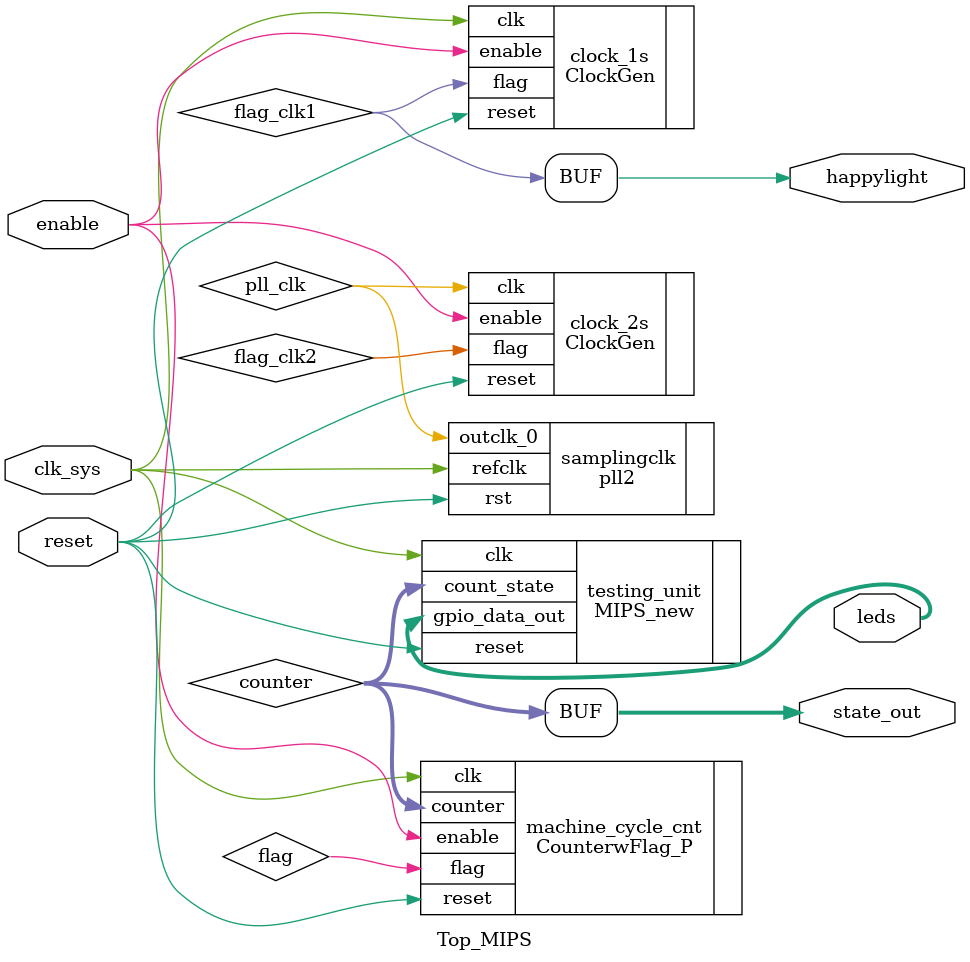
<source format=v>
module Top_MIPS #(
    parameter DATA_WIDTH=32,	/* length of data */
    parameter ADDR_WIDTH=8 		/* bits to address the elements */
)
(
    /* inputs */
    input clk_sys, 					/* MIPS clk signal - 50MHz*/
	input reset, 				/* async signal to reset */	
    input enable,                /* enable signal */	
    /* outputs */
    output [7:0]leds,            /* output leds */    
    output [2:0]state_out,
    output happylight           /* alive clk signal */
);

wire [2:0] counter /*synthesis keep*/; 		/* 7 states */
wire flag;
/* Clock generator signals */
wire flag_clk1/*synthesis keep*/;
wire flag_clk2/*synthesis keep*/;

wire pll_clk;
wire pll_locked;

assign state_out = counter;
assign happylight = flag_clk1;
//assign happylight = flag_clk2;

MIPS_new#(
    .DATA_WIDTH(DATA_WIDTH),/* length of data */
    .ADDR_WIDTH(ADDR_WIDTH)/* bits to address the elements */
)testing_unit
(
	.clk(clk_sys), 				        /* clk signal */
	//.clk(flag_clk1), 				        /* clk signal */
	.reset(reset), 			        /* async signal to reset */
	/* Test signals */    
    .count_state(counter),
    .gpio_data_out(leds),
    //.copyRD1(leds)
);

CounterwFlag_P #(
	// Parameter Declarations
    .MAXIMUM_VALUE(4'd6)	
)machine_cycle_cnt
(
	// Input Ports
	/* .clk(flag_clk1), */
    /* .clk(pll_clk), */
    .clk(clk_sys),
	.reset(reset),
    .enable(enable),
	.flag(flag),
    .counter(counter)
);

pll2 samplingclk(
        .refclk(clk_sys),   //  refclk.clk
		.rst(reset),      //   reset.reset
		.outclk_0(pll_clk) // outclk0.clk		
);
/* Generate 2s clock  */

ClockGen #(
	// Parameter Declarations
    .MAXIMUM_VALUE(32'd50000000)	
)clock_1s
(
	// Input Ports
	.clk(clk_sys),
	.reset(reset),
    .enable(enable),
	.flag(flag_clk1)
);

ClockGen #(
	// Parameter Declarations
    .MAXIMUM_VALUE(2)	
)clock_2s
(
	// Input Ports
	.clk(pll_clk),
	.reset(reset),
    .enable(enable),
	.flag(flag_clk2)
);

endmodule
</source>
